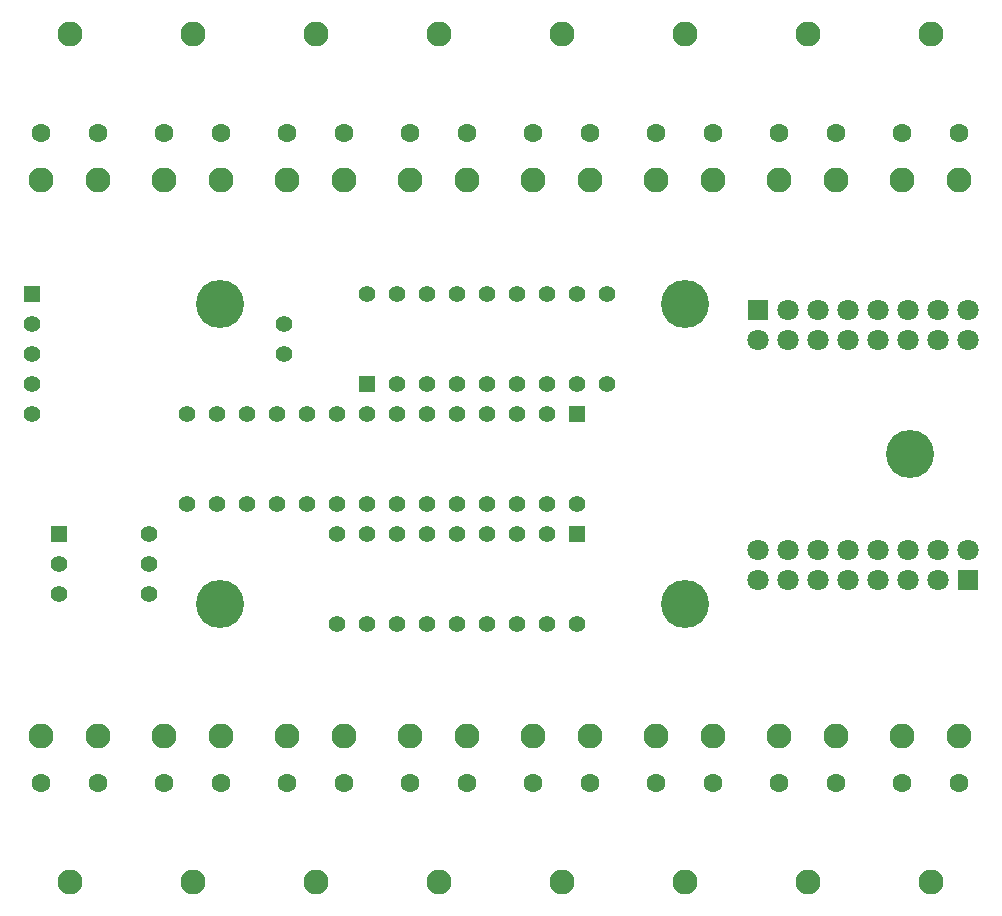
<source format=gbs>
G04 (created by PCBNEW (2013-07-07 BZR 4022)-stable) date 3/14/2014 4:09:09 PM*
%MOIN*%
G04 Gerber Fmt 3.4, Leading zero omitted, Abs format*
%FSLAX34Y34*%
G01*
G70*
G90*
G04 APERTURE LIST*
%ADD10C,0.00590551*%
%ADD11R,0.055X0.055*%
%ADD12C,0.055*%
%ADD13C,0.083*%
%ADD14C,0.063*%
%ADD15R,0.0708661X0.0708661*%
%ADD16C,0.0708661*%
%ADD17C,0.16*%
G04 APERTURE END LIST*
G54D10*
G54D11*
X40250Y-37500D03*
G54D12*
X40250Y-38500D03*
X40250Y-39500D03*
X40250Y-40500D03*
X40250Y-41500D03*
G54D11*
X41150Y-45500D03*
G54D12*
X41150Y-46500D03*
X41150Y-47500D03*
X44150Y-47500D03*
X44150Y-46500D03*
X44150Y-45500D03*
X57400Y-41500D03*
X56400Y-41500D03*
X55400Y-41500D03*
X54400Y-41500D03*
X53400Y-41500D03*
X52400Y-41500D03*
X51400Y-41500D03*
X50400Y-41500D03*
X49400Y-41500D03*
X48400Y-41500D03*
X47400Y-41500D03*
X46400Y-41500D03*
X45400Y-41500D03*
G54D11*
X58400Y-41500D03*
G54D12*
X45400Y-44500D03*
X46400Y-44500D03*
X47400Y-44500D03*
X48400Y-44500D03*
X49400Y-44500D03*
X50400Y-44500D03*
X51400Y-44500D03*
X52400Y-44500D03*
X53400Y-44500D03*
X54400Y-44500D03*
X55400Y-44500D03*
X56400Y-44500D03*
X57400Y-44500D03*
X58400Y-44500D03*
G54D11*
X51400Y-40500D03*
G54D12*
X52400Y-40500D03*
X53400Y-40500D03*
X54400Y-40500D03*
X55400Y-40500D03*
X56400Y-40500D03*
X57400Y-40500D03*
X58400Y-40500D03*
X59400Y-40500D03*
X59400Y-37500D03*
X58400Y-37500D03*
X57400Y-37500D03*
X56400Y-37500D03*
X55400Y-37500D03*
X54400Y-37500D03*
X53400Y-37500D03*
X52400Y-37500D03*
X51400Y-37500D03*
G54D11*
X58400Y-45500D03*
G54D12*
X57400Y-45500D03*
X56400Y-45500D03*
X55400Y-45500D03*
X54400Y-45500D03*
X53400Y-45500D03*
X52400Y-45500D03*
X51400Y-45500D03*
X50400Y-45500D03*
X50400Y-48500D03*
X51400Y-48500D03*
X52400Y-48500D03*
X53400Y-48500D03*
X54400Y-48500D03*
X55400Y-48500D03*
X56400Y-48500D03*
X57400Y-48500D03*
X58400Y-48500D03*
X48650Y-39500D03*
X48650Y-38500D03*
G54D13*
X41500Y-28850D03*
G54D14*
X40550Y-32150D03*
X42450Y-32150D03*
G54D13*
X40550Y-33720D03*
X42450Y-33720D03*
X45600Y-28850D03*
G54D14*
X44650Y-32150D03*
X46550Y-32150D03*
G54D13*
X44650Y-33720D03*
X46550Y-33720D03*
X49700Y-28850D03*
G54D14*
X48750Y-32150D03*
X50650Y-32150D03*
G54D13*
X48750Y-33720D03*
X50650Y-33720D03*
X53800Y-28850D03*
G54D14*
X52850Y-32150D03*
X54750Y-32150D03*
G54D13*
X52850Y-33720D03*
X54750Y-33720D03*
X57900Y-28850D03*
G54D14*
X56950Y-32150D03*
X58850Y-32150D03*
G54D13*
X56950Y-33720D03*
X58850Y-33720D03*
X62000Y-28850D03*
G54D14*
X61050Y-32150D03*
X62950Y-32150D03*
G54D13*
X61050Y-33720D03*
X62950Y-33720D03*
X66100Y-28850D03*
G54D14*
X65150Y-32150D03*
X67050Y-32150D03*
G54D13*
X65150Y-33720D03*
X67050Y-33720D03*
X70200Y-28850D03*
G54D14*
X69250Y-32150D03*
X71150Y-32150D03*
G54D13*
X69250Y-33720D03*
X71150Y-33720D03*
X41500Y-57100D03*
G54D14*
X42450Y-53800D03*
X40550Y-53800D03*
G54D13*
X42450Y-52230D03*
X40550Y-52230D03*
X45600Y-57100D03*
G54D14*
X46550Y-53800D03*
X44650Y-53800D03*
G54D13*
X46550Y-52230D03*
X44650Y-52230D03*
X49700Y-57100D03*
G54D14*
X50650Y-53800D03*
X48750Y-53800D03*
G54D13*
X50650Y-52230D03*
X48750Y-52230D03*
X53800Y-57100D03*
G54D14*
X54750Y-53800D03*
X52850Y-53800D03*
G54D13*
X54750Y-52230D03*
X52850Y-52230D03*
X57900Y-57100D03*
G54D14*
X58850Y-53800D03*
X56950Y-53800D03*
G54D13*
X58850Y-52230D03*
X56950Y-52230D03*
X62000Y-57100D03*
G54D14*
X62950Y-53800D03*
X61050Y-53800D03*
G54D13*
X62950Y-52230D03*
X61050Y-52230D03*
X66100Y-57100D03*
G54D14*
X67050Y-53800D03*
X65150Y-53800D03*
G54D13*
X67050Y-52230D03*
X65150Y-52230D03*
X70200Y-57100D03*
G54D14*
X71150Y-53800D03*
X69250Y-53800D03*
G54D13*
X71150Y-52230D03*
X69250Y-52230D03*
G54D15*
X71450Y-47050D03*
G54D16*
X71450Y-46050D03*
X70450Y-47050D03*
X70450Y-46050D03*
X69450Y-47050D03*
X69450Y-46050D03*
X68450Y-47050D03*
X68450Y-46050D03*
X67450Y-47050D03*
X67450Y-46050D03*
X66450Y-47050D03*
X66450Y-46050D03*
X65450Y-47050D03*
X65450Y-46050D03*
X64450Y-47050D03*
X64450Y-46050D03*
G54D15*
X64450Y-38050D03*
G54D16*
X64450Y-39050D03*
X65450Y-38050D03*
X65450Y-39050D03*
X66450Y-38050D03*
X66450Y-39050D03*
X67450Y-38050D03*
X67450Y-39050D03*
X68450Y-38050D03*
X68450Y-39050D03*
X69450Y-38050D03*
X69450Y-39050D03*
X70450Y-38050D03*
X70450Y-39050D03*
X71450Y-38050D03*
X71450Y-39050D03*
G54D17*
X46500Y-47850D03*
X46500Y-37850D03*
X62000Y-37850D03*
X62000Y-47850D03*
X69500Y-42850D03*
M02*

</source>
